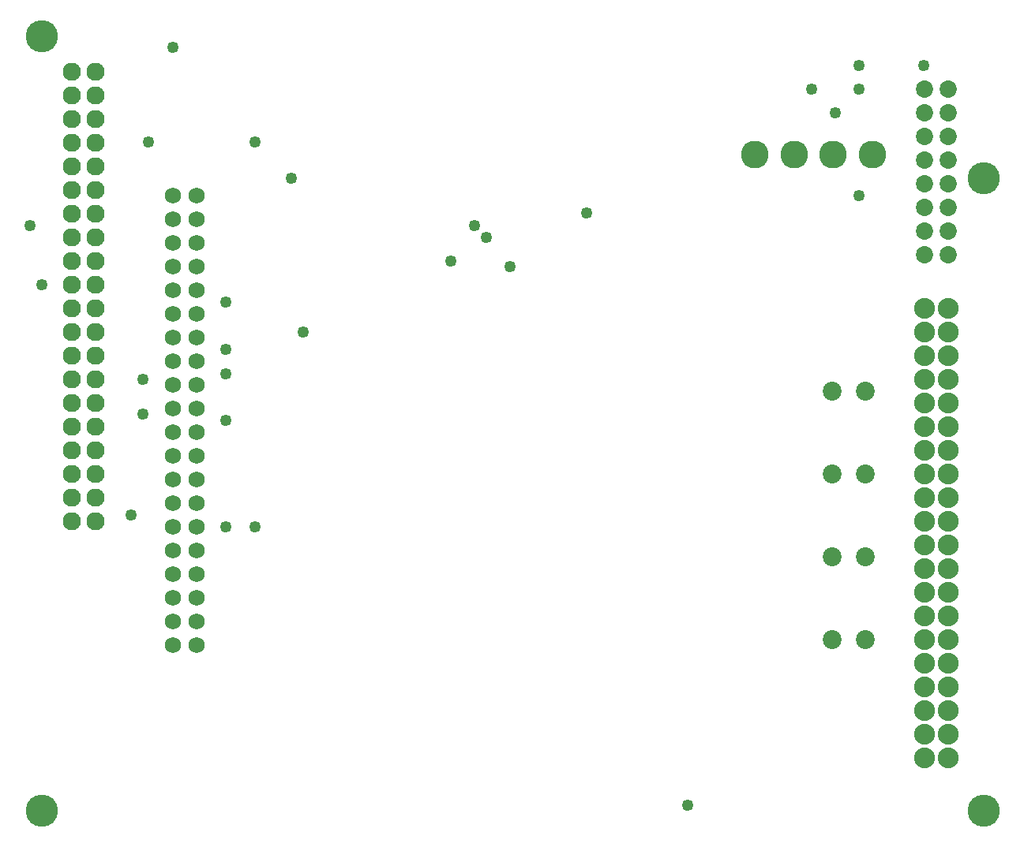
<source format=gbs>
G04 MADE WITH FRITZING*
G04 WWW.FRITZING.ORG*
G04 DOUBLE SIDED*
G04 HOLES PLATED*
G04 CONTOUR ON CENTER OF CONTOUR VECTOR*
%ASAXBY*%
%FSLAX23Y23*%
%MOIN*%
%OFA0B0*%
%SFA1.0B1.0*%
%ADD10C,0.068000*%
%ADD11C,0.068028*%
%ADD12C,0.049370*%
%ADD13C,0.079685*%
%ADD14C,0.117087*%
%ADD15C,0.135984*%
%ADD16C,0.072992*%
%ADD17C,0.076929*%
%ADD18C,0.088000*%
%LNMASK0*%
G90*
G70*
G54D10*
X826Y3109D03*
X826Y3009D03*
X826Y2909D03*
X826Y2809D03*
G54D11*
X826Y2709D03*
G54D10*
X826Y2609D03*
X826Y2509D03*
X826Y2409D03*
X826Y2309D03*
G54D11*
X826Y2209D03*
G54D10*
X826Y2109D03*
G54D11*
X826Y2009D03*
G54D10*
X826Y1909D03*
X826Y1809D03*
X826Y1709D03*
X826Y1609D03*
G54D11*
X826Y1509D03*
G54D10*
X826Y1409D03*
X826Y1309D03*
X826Y1209D03*
X726Y1209D03*
X726Y1309D03*
X726Y1409D03*
G54D11*
X726Y1509D03*
G54D10*
X726Y1609D03*
X726Y1709D03*
X726Y1809D03*
X726Y1909D03*
G54D11*
X726Y2009D03*
G54D10*
X726Y2109D03*
G54D11*
X726Y2209D03*
G54D10*
X726Y2309D03*
X726Y2409D03*
X726Y2509D03*
X726Y2609D03*
G54D11*
X726Y2709D03*
G54D10*
X726Y2809D03*
X726Y2909D03*
X726Y3009D03*
X726Y3109D03*
X826Y3109D03*
X826Y3009D03*
X826Y2909D03*
X826Y2809D03*
G54D11*
X826Y2709D03*
G54D10*
X826Y2609D03*
X826Y2509D03*
X826Y2409D03*
X826Y2309D03*
G54D11*
X826Y2209D03*
G54D10*
X826Y2109D03*
G54D11*
X826Y2009D03*
G54D10*
X826Y1909D03*
X826Y1809D03*
X826Y1709D03*
X826Y1609D03*
G54D11*
X826Y1509D03*
G54D10*
X826Y1409D03*
X826Y1309D03*
X826Y1209D03*
X726Y1209D03*
X726Y1309D03*
X726Y1409D03*
G54D11*
X726Y1509D03*
G54D10*
X726Y1609D03*
X726Y1709D03*
X726Y1809D03*
X726Y1909D03*
G54D11*
X726Y2009D03*
G54D10*
X726Y2109D03*
G54D11*
X726Y2209D03*
G54D10*
X726Y2309D03*
X726Y2409D03*
X726Y2509D03*
X726Y2609D03*
G54D11*
X726Y2709D03*
G54D10*
X726Y2809D03*
X726Y2909D03*
X726Y3009D03*
X726Y3109D03*
G54D12*
X949Y2357D03*
X949Y2160D03*
X3623Y3109D03*
X1224Y3183D03*
X1998Y2984D03*
X2048Y2934D03*
X2472Y3035D03*
X2148Y2809D03*
X1898Y2834D03*
X1275Y2533D03*
X548Y1759D03*
X598Y2334D03*
X598Y2185D03*
X3897Y3660D03*
X724Y3735D03*
X3623Y3559D03*
X622Y3335D03*
X1072Y3335D03*
X1073Y1709D03*
X949Y1710D03*
X3422Y3558D03*
X948Y2459D03*
X948Y2659D03*
X3623Y3659D03*
X123Y2984D03*
X173Y2734D03*
X3523Y3459D03*
X2898Y534D03*
G54D13*
X3510Y1234D03*
X3648Y1234D03*
X3510Y1584D03*
X3648Y1584D03*
X3510Y1934D03*
X3648Y1934D03*
X3510Y2284D03*
X3648Y2284D03*
G54D14*
X3183Y3284D03*
X3348Y3284D03*
X3513Y3284D03*
X3679Y3284D03*
G54D15*
X4148Y509D03*
X173Y509D03*
X4148Y3184D03*
X173Y3784D03*
G54D16*
X3898Y3559D03*
X3898Y3459D03*
X3898Y3359D03*
X3898Y3259D03*
X3898Y3159D03*
X3898Y3059D03*
X3898Y2959D03*
X3898Y2859D03*
X3898Y3559D03*
X3898Y3459D03*
X3898Y3359D03*
X3898Y3259D03*
X3898Y3159D03*
X3898Y3059D03*
X3898Y2959D03*
X3898Y2859D03*
X3998Y2859D03*
X3998Y2959D03*
X3998Y3059D03*
X3998Y3159D03*
X3998Y3259D03*
X3998Y3359D03*
X3998Y3459D03*
X3998Y3559D03*
G54D17*
X298Y3633D03*
X298Y3533D03*
X298Y3433D03*
X298Y3333D03*
X298Y3233D03*
X298Y3133D03*
X298Y3033D03*
X298Y2933D03*
X298Y2833D03*
X298Y2733D03*
X298Y2633D03*
X298Y2533D03*
X298Y2433D03*
X298Y2333D03*
X298Y2233D03*
X298Y2133D03*
X298Y2033D03*
X298Y1933D03*
X298Y1833D03*
X298Y1733D03*
X298Y3633D03*
X298Y3533D03*
X298Y3433D03*
X298Y3333D03*
X298Y3233D03*
X298Y3133D03*
X298Y3033D03*
X298Y2933D03*
X298Y2833D03*
X298Y2733D03*
X298Y2633D03*
X298Y2533D03*
X298Y2433D03*
X298Y2333D03*
X298Y2233D03*
X298Y2133D03*
X298Y2033D03*
X298Y1933D03*
X298Y1833D03*
X298Y1733D03*
X398Y1733D03*
X398Y1833D03*
X398Y1933D03*
X398Y2033D03*
X398Y2133D03*
X398Y2233D03*
X398Y2333D03*
X398Y2433D03*
X398Y2533D03*
X398Y2633D03*
X398Y2733D03*
X398Y2833D03*
X398Y2933D03*
X398Y3033D03*
X398Y3133D03*
X398Y3233D03*
X398Y3333D03*
X398Y3433D03*
X398Y3533D03*
X398Y3633D03*
G54D18*
X3998Y733D03*
X3998Y833D03*
X3998Y933D03*
X3998Y1033D03*
X3998Y1133D03*
X3998Y1233D03*
X3998Y1333D03*
X3998Y1433D03*
X3998Y1533D03*
X3998Y1633D03*
X3998Y1733D03*
X3998Y1833D03*
X3998Y1933D03*
X3998Y2033D03*
X3998Y2133D03*
X3998Y2233D03*
X3998Y2333D03*
X3998Y2433D03*
X3998Y2533D03*
X3998Y2633D03*
X3998Y733D03*
X3998Y833D03*
X3998Y933D03*
X3998Y1033D03*
X3998Y1133D03*
X3998Y1233D03*
X3998Y1333D03*
X3998Y1433D03*
X3998Y1533D03*
X3998Y1633D03*
X3998Y1733D03*
X3998Y1833D03*
X3998Y1933D03*
X3998Y2033D03*
X3998Y2133D03*
X3998Y2233D03*
X3998Y2333D03*
X3998Y2433D03*
X3998Y2533D03*
X3998Y2633D03*
X3898Y2633D03*
X3898Y2533D03*
X3898Y2433D03*
X3898Y2333D03*
X3898Y2233D03*
X3898Y2133D03*
X3898Y2033D03*
X3898Y1933D03*
X3898Y1833D03*
X3898Y1733D03*
X3898Y1633D03*
X3898Y1533D03*
X3898Y1433D03*
X3898Y1333D03*
X3898Y1233D03*
X3898Y1133D03*
X3898Y1033D03*
X3898Y933D03*
X3898Y833D03*
X3898Y733D03*
G04 End of Mask0*
M02*
</source>
